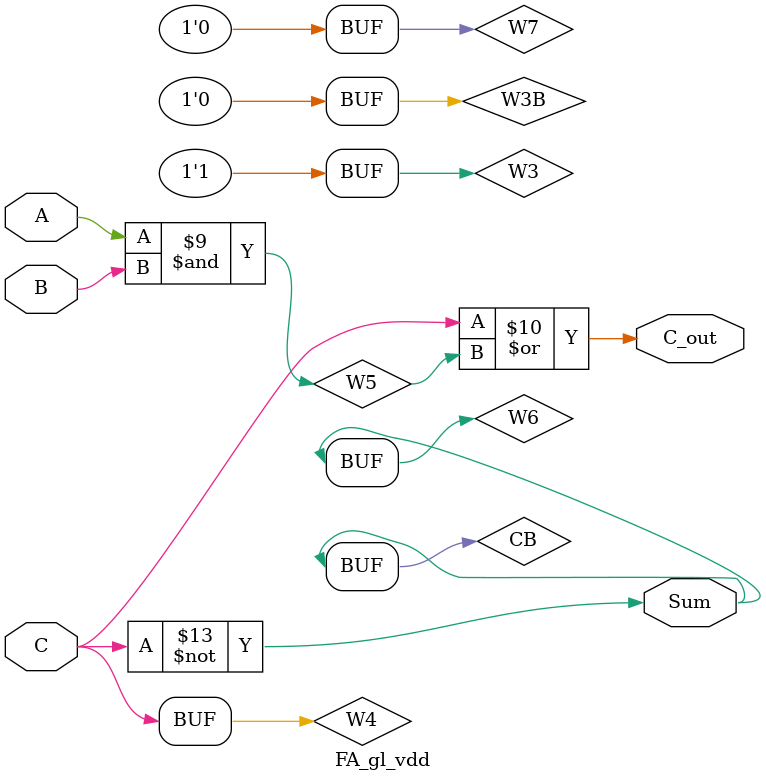
<source format=v>
module FA_gl_vdd(A,B,C,Sum,C_out);
input A,B,C;
output wire Sum,C_out;
wire w1,w2,w3,w4,w5,w6,w7;
wire AB,BB,CB,W3B;
not(AB,A);
not(BB,B);
not(CB,C);
not(W3B,W3);
and(W1,A,BB);
and(W2,AB,B);
or(W3,W1,W2,1'b1);

and(W6,W3,CB);
and(W7,W3B,C);
or(Sum,W6,W7);

and(W4,C,W3);
and(W5,A,B);
or(C_out,W4,W5);

endmodule

</source>
